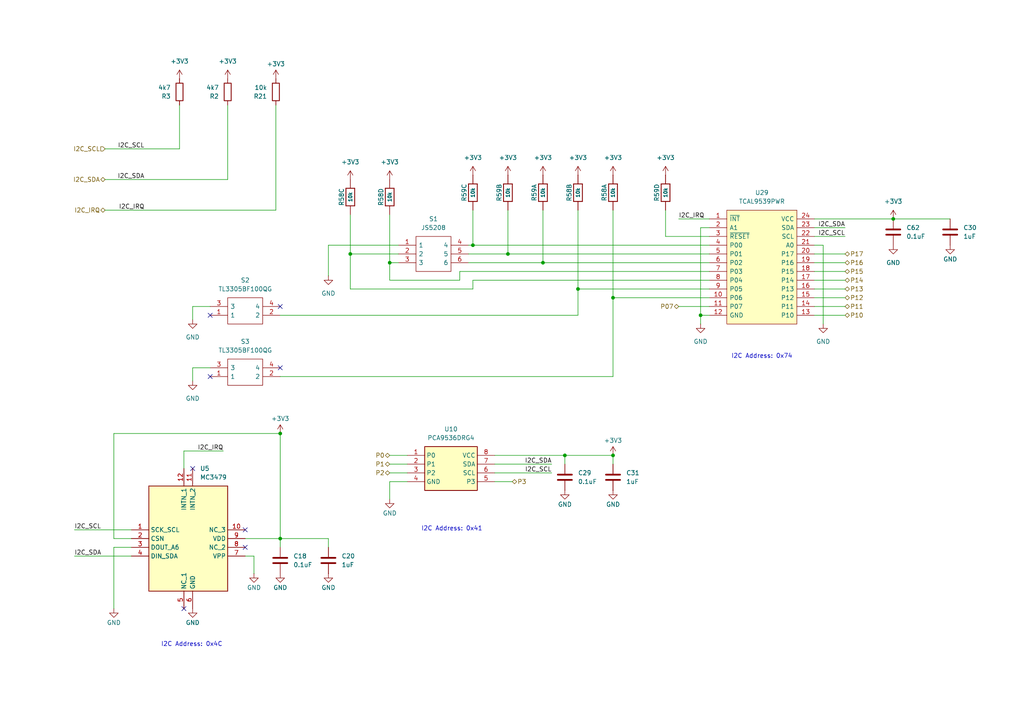
<source format=kicad_sch>
(kicad_sch (version 20250114) (generator "eeschema") (generator_version "9.0")
  (paper "A4")
  (lib_symbols
    (symbol "GND_1" (power) (pin_numbers (hide yes)) (pin_names (offset 0) (hide yes))
      (property "Value" "GND" (at 0 -3.81 0))
      (symbol "GND_1_0_1"
        (polyline (pts (xy 0 0) (xy 0 -1.27) (xy 1.27 -1.27) (xy 0 -2.54) (xy -1.27 -1.27) (xy 0 -1.27)))
      )
      (symbol "GND_1_1_1"
        (pin power_in line (at 0 0 270) (length 0) (name "~") (number "1"))
      )
    )
    (symbol "GND_10" (power) (pin_numbers (hide yes)) (pin_names (offset 0) (hide yes))
      (property "Value" "GND" (at 0 -3.81 0))
      (symbol "GND_10_0_1"
        (polyline (pts (xy 0 0) (xy 0 -1.27) (xy 1.27 -1.27) (xy 0 -2.54) (xy -1.27 -1.27) (xy 0 -1.27)))
      )
      (symbol "GND_10_1_1"
        (pin power_in line (at 0 0 270) (length 0) (name "~") (number "1"))
      )
    )
    (symbol "Library:C" (pin_numbers (hide yes)) (pin_names (offset 0.254))
      (property "Reference" "C" (at 0.635 2.54 0))
      (property "Value" "C" (at 0.635 -2.54 0))
      (symbol "C_0_1"
        (polyline (pts (xy -2.032 0.762) (xy 2.032 0.762)) (stroke (width 0.508)))
        (polyline (pts (xy -2.032 -0.762) (xy 2.032 -0.762)) (stroke (width 0.508)))
      )
      (symbol "C_1_1"
        (pin passive line (at 0 3.81 270) (length 2.794) (name "~") (number "1"))
        (pin passive line (at 0 -3.81 90) (length 2.794) (name "~") (number "2"))
      )
    )
    (symbol "Library:JS5208" (pin_names (offset 0.762))
      (property "Reference" "S" (at 16.51 7.62 0))
      (property "Value" "JS5208" (at 16.51 5.08 0))
      (symbol "JS5208_0_0"
        (pin passive line (at 0 0 0) (length 5.08) (name "1") (number "1"))
        (pin passive line (at 0 -2.54 0) (length 5.08) (name "2") (number "2"))
        (pin passive line (at 0 -5.08 0) (length 5.08) (name "3") (number "3"))
        (pin passive line (at 20.32 0 180) (length 5.08) (name "4") (number "4"))
        (pin passive line (at 20.32 -2.54 180) (length 5.08) (name "5") (number "5"))
        (pin passive line (at 20.32 -5.08 180) (length 5.08) (name "6") (number "6"))
      )
      (symbol "JS5208_0_1"
        (polyline (pts (xy 5.08 2.54) (xy 15.24 2.54) (xy 15.24 -7.62) (xy 5.08 -7.62) (xy 5.08 2.54)) (stroke (width 0.1524)))
      )
    )
    (symbol "Library:MC3479"
      (property "Reference" "U" (at 29.21 17.78 0))
      (property "Value" "MC3479" (at 29.21 15.24 0))
      (symbol "MC3479_1_1"
        (rectangle (start 5.08 12.7) (end 27.94 -17.78) (stroke (width 0.254)) (fill (type background)))
        (pin passive line (at 0 0 0) (length 5.08) (name "SCK_SCL") (number "1"))
        (pin passive line (at 0 -2.54 0) (length 5.08) (name "CSN") (number "2"))
        (pin passive line (at 0 -5.08 0) (length 5.08) (name "DOUT_A6") (number "3"))
        (pin passive line (at 0 -7.62 0) (length 5.08) (name "DIN_SDA") (number "4"))
        (pin passive line (at 15.24 17.78 270) (length 5.08) (name "INTN_1") (number "12"))
        (pin passive line (at 15.24 -22.86 90) (length 5.08) (name "NC_1") (number "5"))
        (pin passive line (at 17.78 17.78 270) (length 5.08) (name "INTN_2") (number "11"))
        (pin passive line (at 17.78 -22.86 90) (length 5.08) (name "GND") (number "6"))
        (pin passive line (at 33.02 0 180) (length 5.08) (name "NC_3") (number "10"))
        (pin passive line (at 33.02 -2.54 180) (length 5.08) (name "VDD") (number "9"))
        (pin passive line (at 33.02 -5.08 180) (length 5.08) (name "NC_2") (number "8"))
        (pin passive line (at 33.02 -7.62 180) (length 5.08) (name "VPP") (number "7"))
      )
    )
    (symbol "Library:PCA9536DRG4"
      (property "Reference" "IC" (at 21.59 7.62 0))
      (property "Value" "PCA9536DRG4" (at 21.59 5.08 0))
      (symbol "PCA9536DRG4_1_1"
        (rectangle (start 5.08 2.54) (end 20.32 -10.16) (stroke (width 0.254)) (fill (type background)))
        (pin passive line (at 0 0 0) (length 5.08) (name "P0") (number "1"))
        (pin passive line (at 0 -2.54 0) (length 5.08) (name "P1") (number "2"))
        (pin passive line (at 0 -5.08 0) (length 5.08) (name "P2") (number "3"))
        (pin passive line (at 0 -7.62 0) (length 5.08) (name "GND") (number "4"))
        (pin passive line (at 25.4 0 180) (length 5.08) (name "VCC") (number "8"))
        (pin passive line (at 25.4 -2.54 180) (length 5.08) (name "SDA") (number "7"))
        (pin passive line (at 25.4 -5.08 180) (length 5.08) (name "SCL") (number "6"))
        (pin passive line (at 25.4 -7.62 180) (length 5.08) (name "P3") (number "5"))
      )
    )
    (symbol "Library:R" (pin_numbers (hide yes)) (pin_names (offset 0))
      (property "Reference" "R" (at 2.032 0 90))
      (property "Value" "R" (at 0 0 90))
      (symbol "R_0_1"
        (rectangle (start -1.016 -2.54) (end 1.016 2.54) (stroke (width 0.254)))
      )
      (symbol "R_1_1"
        (pin passive line (at 0 3.81 270) (length 1.27) (name "~") (number "1"))
        (pin passive line (at 0 -3.81 90) (length 1.27) (name "~") (number "2"))
      )
    )
    (symbol "Library:RESISTOR_4PACK"
      (property "Reference" "R" (at 0 2.54 0))
      (symbol "RESISTOR_4PACK_1_0"
        (polyline (pts (xy -2.54 1.27) (xy 2.54 1.27)) (stroke (width 0.254)))
        (polyline (pts (xy -2.54 -1.27) (xy -2.54 1.27)) (stroke (width 0.254)))
        (polyline (pts (xy 2.54 1.27) (xy 2.54 -1.27)) (stroke (width 0.254)))
        (polyline (pts (xy 2.54 -1.27) (xy -2.54 -1.27)) (stroke (width 0.254)))
        (pin passive line (at -5.08 0 0) (length 2.54) (name "1") (number "1"))
        (pin passive line (at 5.08 0 180) (length 2.54) (name "2") (number "8"))
      )
      (symbol "RESISTOR_4PACK_2_0"
        (polyline (pts (xy -2.54 1.27) (xy 2.54 1.27)) (stroke (width 0.254)))
        (polyline (pts (xy -2.54 -1.27) (xy -2.54 1.27)) (stroke (width 0.254)))
        (polyline (pts (xy 2.54 1.27) (xy 2.54 -1.27)) (stroke (width 0.254)))
        (polyline (pts (xy 2.54 -1.27) (xy -2.54 -1.27)) (stroke (width 0.254)))
        (pin passive line (at -5.08 0 0) (length 2.54) (name "1") (number "2"))
        (pin passive line (at 5.08 0 180) (length 2.54) (name "2") (number "7"))
      )
      (symbol "RESISTOR_4PACK_3_0"
        (polyline (pts (xy -2.54 1.27) (xy 2.54 1.27)) (stroke (width 0.254)))
        (polyline (pts (xy -2.54 -1.27) (xy -2.54 1.27)) (stroke (width 0.254)))
        (polyline (pts (xy 2.54 1.27) (xy 2.54 -1.27)) (stroke (width 0.254)))
        (polyline (pts (xy 2.54 -1.27) (xy -2.54 -1.27)) (stroke (width 0.254)))
        (pin passive line (at -5.08 0 0) (length 2.54) (name "1") (number "3"))
        (pin passive line (at 5.08 0 180) (length 2.54) (name "2") (number "6"))
      )
      (symbol "RESISTOR_4PACK_4_0"
        (polyline (pts (xy -2.54 1.27) (xy 2.54 1.27)) (stroke (width 0.254)))
        (polyline (pts (xy -2.54 -1.27) (xy -2.54 1.27)) (stroke (width 0.254)))
        (polyline (pts (xy 2.54 1.27) (xy 2.54 -1.27)) (stroke (width 0.254)))
        (polyline (pts (xy 2.54 -1.27) (xy -2.54 -1.27)) (stroke (width 0.254)))
        (pin passive line (at -5.08 0 0) (length 2.54) (name "1") (number "4"))
        (pin passive line (at 5.08 0 180) (length 2.54) (name "2") (number "5"))
      )
    )
    (symbol "Library:TCAL9539PWR" (pin_names (offset 0.762))
      (property "Reference" "IC" (at 26.67 7.62 0))
      (property "Value" "TCAL9539PWR" (at 26.67 5.08 0))
      (symbol "TCAL9539PWR_0_0"
        (pin passive line (at 0 0 0) (length 5.08) (name "~{INT}") (number "1"))
        (pin passive line (at 0 -2.54 0) (length 5.08) (name "A1") (number "2"))
        (pin passive line (at 0 -5.08 0) (length 5.08) (name "~{RESET}") (number "3"))
        (pin passive line (at 0 -7.62 0) (length 5.08) (name "P00") (number "4"))
        (pin passive line (at 0 -10.16 0) (length 5.08) (name "P01") (number "5"))
        (pin passive line (at 0 -12.7 0) (length 5.08) (name "P02") (number "6"))
        (pin passive line (at 0 -15.24 0) (length 5.08) (name "P03") (number "7"))
        (pin passive line (at 0 -17.78 0) (length 5.08) (name "P04") (number "8"))
        (pin passive line (at 0 -20.32 0) (length 5.08) (name "P05") (number "9"))
        (pin passive line (at 0 -22.86 0) (length 5.08) (name "P06") (number "10"))
        (pin passive line (at 0 -25.4 0) (length 5.08) (name "P07") (number "11"))
        (pin passive line (at 0 -27.94 0) (length 5.08) (name "GND") (number "12"))
        (pin passive line (at 30.48 0 180) (length 5.08) (name "VCC") (number "24"))
        (pin passive line (at 30.48 -2.54 180) (length 5.08) (name "SDA") (number "23"))
        (pin passive line (at 30.48 -5.08 180) (length 5.08) (name "SCL") (number "22"))
        (pin passive line (at 30.48 -7.62 180) (length 5.08) (name "A0") (number "21"))
        (pin passive line (at 30.48 -10.16 180) (length 5.08) (name "P17") (number "20"))
        (pin passive line (at 30.48 -12.7 180) (length 5.08) (name "P16") (number "19"))
        (pin passive line (at 30.48 -15.24 180) (length 5.08) (name "P15") (number "18"))
        (pin passive line (at 30.48 -17.78 180) (length 5.08) (name "P14") (number "17"))
        (pin passive line (at 30.48 -20.32 180) (length 5.08) (name "P13") (number "16"))
        (pin passive line (at 30.48 -22.86 180) (length 5.08) (name "P12") (number "15"))
        (pin passive line (at 30.48 -25.4 180) (length 5.08) (name "P11") (number "14"))
        (pin passive line (at 30.48 -27.94 180) (length 5.08) (name "P10") (number "13"))
      )
      (symbol "TCAL9539PWR_0_1"
        (polyline (pts (xy 5.08 2.54) (xy 25.4 2.54) (xy 25.4 -30.48) (xy 5.08 -30.48) (xy 5.08 2.54)) (stroke (width 0.1524)) (fill (type background)))
      )
    )
    (symbol "Library:TL3305BF100QG" (pin_names (offset 0.762))
      (property "Reference" "S" (at 16.51 7.62 0))
      (property "Value" "TL3305BF100QG" (at 16.51 5.08 0))
      (symbol "TL3305BF100QG_0_0"
        (pin passive line (at 0 0 0) (length 5.08) (name "3") (number "3"))
        (pin passive line (at 0 -2.54 0) (length 5.08) (name "1") (number "1"))
        (pin passive line (at 20.32 0 180) (length 5.08) (name "4") (number "4"))
        (pin passive line (at 20.32 -2.54 180) (length 5.08) (name "2") (number "2"))
      )
      (symbol "TL3305BF100QG_0_1"
        (polyline (pts (xy 5.08 2.54) (xy 15.24 2.54) (xy 15.24 -5.08) (xy 5.08 -5.08) (xy 5.08 2.54)) (stroke (width 0.1524)))
      )
    )
    (symbol "power:+5V" (power) (pin_numbers (hide yes)) (pin_names (offset 0) (hide yes))
      (property "Value" "+5V" (at 0 3.556 0))
      (symbol "+5V_0_1"
        (polyline (pts (xy -0.762 1.27) (xy 0 2.54)))
        (polyline (pts (xy 0 2.54) (xy 0.762 1.27)))
        (polyline (pts (xy 0 0) (xy 0 2.54)))
      )
      (symbol "+5V_1_1"
        (pin power_in line (at 0 0 90) (length 0) (name "~") (number "1"))
      )
    )
    (symbol "power:GND" (power) (pin_numbers (hide yes)) (pin_names (offset 0) (hide yes))
      (property "Value" "GND" (at 0 -3.81 0))
      (symbol "GND_0_1"
        (polyline (pts (xy 0 0) (xy 0 -1.27) (xy 1.27 -1.27) (xy 0 -2.54) (xy -1.27 -1.27) (xy 0 -1.27)))
      )
      (symbol "GND_1_1"
        (pin power_in line (at 0 0 270) (length 0) (name "~") (number "1"))
      )
    )
  )
  (text "I2C Address: 0x4C" (at 55.626 186.944 0) (effects (font (size 1.27 1.27))))
  (text "I2C Address: 0x74" (at 220.98 103.378 0) (effects (font (size 1.27 1.27))))
  (text "I2C Address: 0x41" (at 131.064 153.416 0) (effects (font (size 1.27 1.27))))
  (junction (at 177.8 132.08))
  (junction (at 167.64 83.82))
  (junction (at 101.6 73.66))
  (junction (at 81.28 156.21))
  (junction (at 157.48 76.2))
  (junction (at 259.08 63.5))
  (junction (at 177.8 86.36))
  (junction (at 81.28 125.73))
  (junction (at 163.83 132.08))
  (junction (at 113.03 76.2))
  (junction (at 137.16 71.12))
  (junction (at 203.2 91.44))
  (junction (at 147.32 73.66))
  (no_connect (at 60.96 109.22))
  (no_connect (at 53.34 176.53))
  (no_connect (at 71.12 158.75))
  (no_connect (at 81.28 88.9))
  (no_connect (at 71.12 153.67))
  (no_connect (at 60.96 91.44))
  (no_connect (at 81.28 106.68))
  (no_connect (at 55.88 135.89))
  (wire (pts (xy 236.22 66.04) (xy 245.11 66.04)))
  (wire (pts (xy 236.22 78.74) (xy 245.11 78.74)))
  (wire (pts (xy 137.16 60.96) (xy 137.16 71.12)))
  (wire (pts (xy 71.12 156.21) (xy 81.28 156.21)))
  (wire (pts (xy 236.22 71.12) (xy 238.76 71.12)))
  (wire (pts (xy 113.03 137.16) (xy 118.11 137.16)))
  (wire (pts (xy 53.34 130.81) (xy 53.34 135.89)))
  (wire (pts (xy 177.8 134.62) (xy 177.8 132.08)))
  (wire (pts (xy 81.28 109.22) (xy 177.8 109.22)))
  (wire (pts (xy 203.2 66.04) (xy 205.74 66.04)))
  (wire (pts (xy 236.22 88.9) (xy 245.11 88.9)))
  (wire (pts (xy 147.32 73.66) (xy 205.74 73.66)))
  (wire (pts (xy 81.28 156.21) (xy 95.25 156.21)))
  (wire (pts (xy 21.59 153.67) (xy 38.1 153.67)))
  (wire (pts (xy 167.64 91.44) (xy 167.64 83.82)))
  (wire (pts (xy 95.25 158.75) (xy 95.25 156.21)))
  (wire (pts (xy 196.85 63.5) (xy 205.74 63.5)))
  (wire (pts (xy 236.22 68.58) (xy 245.11 68.58)))
  (wire (pts (xy 236.22 76.2) (xy 245.11 76.2)))
  (wire (pts (xy 236.22 86.36) (xy 245.11 86.36)))
  (wire (pts (xy 167.64 83.82) (xy 205.74 83.82)))
  (wire (pts (xy 95.25 71.12) (xy 95.25 80.01)))
  (wire (pts (xy 137.16 71.12) (xy 205.74 71.12)))
  (wire (pts (xy 73.66 161.29) (xy 73.66 166.37)))
  (wire (pts (xy 33.02 158.75) (xy 33.02 176.53)))
  (wire (pts (xy 81.28 91.44) (xy 167.64 91.44)))
  (wire (pts (xy 113.03 81.28) (xy 133.35 81.28)))
  (wire (pts (xy 236.22 81.28) (xy 245.11 81.28)))
  (wire (pts (xy 55.88 106.68) (xy 60.96 106.68)))
  (wire (pts (xy 135.89 73.66) (xy 147.32 73.66)))
  (wire (pts (xy 143.51 132.08) (xy 163.83 132.08)))
  (wire (pts (xy 113.03 132.08) (xy 118.11 132.08)))
  (wire (pts (xy 133.35 78.74) (xy 205.74 78.74)))
  (wire (pts (xy 30.48 43.18) (xy 52.07 43.18)))
  (wire (pts (xy 133.35 81.28) (xy 133.35 78.74)))
  (wire (pts (xy 21.59 161.29) (xy 38.1 161.29)))
  (wire (pts (xy 95.25 71.12) (xy 115.57 71.12)))
  (wire (pts (xy 101.6 83.82) (xy 137.16 83.82)))
  (wire (pts (xy 101.6 62.23) (xy 101.6 73.66)))
  (wire (pts (xy 80.01 60.96) (xy 80.01 30.48)))
  (wire (pts (xy 238.76 71.12) (xy 238.76 93.98)))
  (wire (pts (xy 52.07 30.48) (xy 52.07 43.18)))
  (wire (pts (xy 64.77 130.81) (xy 53.34 130.81)))
  (wire (pts (xy 113.03 139.7) (xy 118.11 139.7)))
  (wire (pts (xy 135.89 71.12) (xy 137.16 71.12)))
  (wire (pts (xy 193.04 60.96) (xy 193.04 68.58)))
  (wire (pts (xy 147.32 60.96) (xy 147.32 73.66)))
  (wire (pts (xy 113.03 76.2) (xy 115.57 76.2)))
  (wire (pts (xy 33.02 156.21) (xy 33.02 125.73)))
  (wire (pts (xy 143.51 134.62) (xy 160.02 134.62)))
  (wire (pts (xy 113.03 134.62) (xy 118.11 134.62)))
  (wire (pts (xy 113.03 144.78) (xy 113.03 139.7)))
  (wire (pts (xy 33.02 125.73) (xy 81.28 125.73)))
  (wire (pts (xy 177.8 132.08) (xy 163.83 132.08)))
  (wire (pts (xy 135.89 76.2) (xy 157.48 76.2)))
  (wire (pts (xy 101.6 73.66) (xy 101.6 83.82)))
  (wire (pts (xy 113.03 76.2) (xy 113.03 81.28)))
  (wire (pts (xy 236.22 91.44) (xy 245.11 91.44)))
  (wire (pts (xy 137.16 83.82) (xy 137.16 81.28)))
  (wire (pts (xy 101.6 73.66) (xy 115.57 73.66)))
  (wire (pts (xy 160.02 137.16) (xy 143.51 137.16)))
  (wire (pts (xy 177.8 109.22) (xy 177.8 86.36)))
  (wire (pts (xy 55.88 88.9) (xy 60.96 88.9)))
  (wire (pts (xy 71.12 161.29) (xy 73.66 161.29)))
  (wire (pts (xy 66.04 30.48) (xy 66.04 52.07)))
  (wire (pts (xy 177.8 60.96) (xy 177.8 86.36)))
  (wire (pts (xy 259.08 63.5) (xy 275.59 63.5)))
  (wire (pts (xy 236.22 73.66) (xy 245.11 73.66)))
  (wire (pts (xy 236.22 63.5) (xy 259.08 63.5)))
  (wire (pts (xy 177.8 86.36) (xy 205.74 86.36)))
  (wire (pts (xy 157.48 60.96) (xy 157.48 76.2)))
  (wire (pts (xy 236.22 83.82) (xy 245.11 83.82)))
  (wire (pts (xy 38.1 158.75) (xy 33.02 158.75)))
  (wire (pts (xy 81.28 125.73) (xy 81.28 156.21)))
  (wire (pts (xy 55.88 106.68) (xy 55.88 110.49)))
  (wire (pts (xy 55.88 88.9) (xy 55.88 92.71)))
  (wire (pts (xy 30.48 60.96) (xy 80.01 60.96)))
  (wire (pts (xy 203.2 91.44) (xy 203.2 66.04)))
  (wire (pts (xy 30.48 52.07) (xy 66.04 52.07)))
  (wire (pts (xy 203.2 93.98) (xy 203.2 91.44)))
  (wire (pts (xy 193.04 68.58) (xy 205.74 68.58)))
  (wire (pts (xy 113.03 62.23) (xy 113.03 76.2)))
  (wire (pts (xy 203.2 91.44) (xy 205.74 91.44)))
  (wire (pts (xy 81.28 156.21) (xy 81.28 158.75)))
  (wire (pts (xy 38.1 156.21) (xy 33.02 156.21)))
  (wire (pts (xy 157.48 76.2) (xy 205.74 76.2)))
  (wire (pts (xy 167.64 60.96) (xy 167.64 83.82)))
  (wire (pts (xy 163.83 132.08) (xy 163.83 134.62)))
  (wire (pts (xy 205.74 88.9) (xy 196.85 88.9)))
  (wire (pts (xy 143.51 139.7) (xy 148.59 139.7)))
  (wire (pts (xy 137.16 81.28) (xy 205.74 81.28)))
  (label "I2C_IRQ" (at 41.91 60.96 180))
  (label "I2C_SDA" (at 245.11 66.04 180))
  (label "I2C_SCL" (at 160.02 137.16 180))
  (label "I2C_SCL" (at 21.59 153.67 0))
  (label "I2C_SDA" (at 41.91 52.07 180))
  (label "I2C_SDA" (at 21.59 161.29 0))
  (label "I2C_IRQ" (at 196.85 63.5 0))
  (label "I2C_SCL" (at 41.91 43.18 180))
  (label "I2C_SDA" (at 160.02 134.62 180))
  (label "I2C_IRQ" (at 64.77 130.81 180))
  (label "I2C_SCL" (at 245.11 68.58 180))
  (hierarchical_label "P17" (shape bidirectional) (at 245.11 73.66 0))
  (hierarchical_label "P3" (shape tri_state) (at 148.59 139.7 0))
  (hierarchical_label "I2C_SCL" (shape input) (at 30.48 43.18 180))
  (hierarchical_label "P13" (shape bidirectional) (at 245.11 83.82 0))
  (hierarchical_label "I2C_IRQ" (shape tri_state) (at 30.48 60.96 180))
  (hierarchical_label "P1" (shape tri_state) (at 113.03 134.62 180))
  (hierarchical_label "P11" (shape bidirectional) (at 245.11 88.9 0))
  (hierarchical_label "P16" (shape bidirectional) (at 245.11 76.2 0))
  (hierarchical_label "P0" (shape tri_state) (at 113.03 132.08 180))
  (hierarchical_label "P2" (shape tri_state) (at 113.03 137.16 180))
  (hierarchical_label "P15" (shape bidirectional) (at 245.11 78.74 0))
  (hierarchical_label "I2C_SDA" (shape tri_state) (at 30.48 52.07 180))
  (hierarchical_label "P07" (shape bidirectional) (at 196.85 88.9 180))
  (hierarchical_label "P10" (shape bidirectional) (at 245.11 91.44 0))
  (hierarchical_label "P14" (shape bidirectional) (at 245.11 81.28 0))
  (hierarchical_label "P12" (shape bidirectional) (at 245.11 86.36 0))
  (symbol (lib_id "Library:RESISTOR_4PACK") (at 193.04 55.88 90) (unit 4)
    (property "Reference" "R59" (at 190.5 55.88 0))
    (property "Value" "10k" (at 193.04 55.88 0) (effects (font (size 1.016 1.016) (thickness 0.2032) (bold yes))))
    (property "Footprint" "Library:RESPACK_4X0603" (effects (hide yes)))
    (property "Datasheet" "https://industrial.panasonic.com/cdbs/www-data/pdf/AOC0000/AOC0000C14.pdf" (effects (hide yes)))
    (property "Description" "RES ARRAY 4 RES 10K OHM 1206" (effects (hide yes)))
    (property "Manufacturer" "Panasonic Electronic Components" (effects (hide yes)))
    (property "Tolerance" "1%" (effects (hide yes)))
    (property "Manufacturer Part Number" "EXB-38V103JV" (effects (hide yes)))
  )
  (symbol (lib_id "power:+5V") (at 81.28 125.73 0) (unit 1)
    (property "Reference" "#PWR0190" (effects (hide yes)))
    (property "Value" "+3V3" (at 81.28 121.412 0))
    (property "Description" "Power symbol creates a global label with name \"+5V\"" (effects (hide yes)))
  )
  (symbol (lib_id "power:+5V") (at 52.07 22.86 0) (unit 1)
    (property "Reference" "#PWR0120" (effects (hide yes)))
    (property "Value" "+3V3" (at 52.07 17.78 0))
    (property "Description" "Power symbol creates a global label with name \"+5V\"" (effects (hide yes)))
  )
  (symbol (lib_name "GND_10") (lib_id "power:GND") (at 81.28 166.37 0) (unit 1)
    (property "Reference" "#PWR0119" (effects (hide yes)))
    (property "Value" "GND" (at 79.248 170.434 0) (effects (justify left)))
    (property "Description" "Power symbol creates a global label with name \"GND\" , ground" (effects (hide yes)))
  )
  (symbol (lib_id "Library:C") (at 259.08 67.31 0) (unit 1)
    (property "Reference" "C62" (at 262.89 66.0399 0) (effects (justify left)))
    (property "Value" "0.1uF" (at 262.89 68.5799 0) (effects (justify left)))
    (property "Footprint" "Capacitor_SMD:C_0603_1608Metric" (effects (hide yes)))
    (property "Datasheet" "https://datasheets.kyocera-avx.com/KGM_X7R.pdf" (effects (hide yes)))
    (property "Description" "CAP CER 0.1UF 25V X7R 0603" (effects (hide yes)))
    (property "Manufacturer" "KYOCERA AVX" (effects (hide yes)))
    (property "Package" "0603" (effects (hide yes)))
    (property "Manufacturer Part Number" "KGM15BR71E104KT" (effects (hide yes)))
  )
  (symbol (lib_id "Library:RESISTOR_4PACK") (at 177.8 55.88 90) (unit 1)
    (property "Reference" "R58" (at 175.26 55.88 0))
    (property "Value" "10k" (at 177.8 55.88 0) (effects (font (size 1.016 1.016) (thickness 0.2032) (bold yes))))
    (property "Footprint" "Library:RESPACK_4X0603" (effects (hide yes)))
    (property "Datasheet" "https://industrial.panasonic.com/cdbs/www-data/pdf/AOC0000/AOC0000C14.pdf" (effects (hide yes)))
    (property "Description" "RES ARRAY 4 RES 10K OHM 1206" (effects (hide yes)))
    (property "Manufacturer" "Panasonic Electronic Components" (effects (hide yes)))
    (property "Tolerance" "1%" (effects (hide yes)))
    (property "Manufacturer Part Number" "EXB-38V103JV" (effects (hide yes)))
  )
  (symbol (lib_id "Library:R") (at 80.01 26.67 0) (unit 1)
    (property "Reference" "R21" (at 77.47 27.9401 0) (effects (justify right)))
    (property "Value" "10k" (at 77.47 25.4001 0) (effects (justify right)))
    (property "Footprint" "Resistor_SMD:R_0603_1608Metric" (effects (hide yes)))
    (property "Datasheet" "https://www.te.com/commerce/DocumentDelivery/DDEController?Action=srchrtrv&DocNm=1773204&DocType=DS&DocLang=English" (effects (hide yes)))
    (property "Description" "RES SMD 10K OHM 1% 1/10W 0603" (effects (hide yes)))
    (property "Tolerance" "1%" (effects (hide yes)))
    (property "Manufacturer" "TE Connectivity Passive Product" (effects (hide yes)))
    (property "Manufacturer Part Number" "CRG0603F10K" (effects (hide yes)))
  )
  (symbol (lib_id "power:+5V") (at 101.6 52.07 0) (unit 1)
    (property "Reference" "#PWR0128" (effects (hide yes)))
    (property "Value" "+3V3" (at 101.6 46.99 0))
    (property "Description" "Power symbol creates a global label with name \"+5V\"" (effects (hide yes)))
  )
  (symbol (lib_id "power:GND") (at 55.88 176.53 0) (unit 1)
    (property "Reference" "#PWR0187" (effects (hide yes)))
    (property "Value" "GND" (at 55.88 180.594 0))
    (property "Description" "Power symbol creates a global label with name \"GND\" , ground" (effects (hide yes)))
  )
  (symbol (lib_id "power:+5V") (at 66.04 22.86 0) (unit 1)
    (property "Reference" "#PWR0123" (effects (hide yes)))
    (property "Value" "+3V3" (at 66.04 17.78 0))
    (property "Description" "Power symbol creates a global label with name \"+5V\"" (effects (hide yes)))
  )
  (symbol (lib_id "power:+5V") (at 167.64 50.8 0) (unit 1)
    (property "Reference" "#PWR0133" (effects (hide yes)))
    (property "Value" "+3V3" (at 167.64 45.72 0))
    (property "Description" "Power symbol creates a global label with name \"+5V\"" (effects (hide yes)))
  )
  (symbol (lib_id "Library:JS5208") (at 115.57 71.12 0) (unit 1)
    (property "Reference" "S1" (at 125.73 63.5 0))
    (property "Value" "JS5208" (at 125.73 66.04 0))
    (property "Footprint" "Library:JS5208" (effects (hide yes)))
    (property "Datasheet" "https://configured-product-images.s3.amazonaws.com/2D/specs/JS5208.pdf" (effects (hide yes)))
    (property "Description" "SWITCH NAVIGATION DGTL 20MA 15V" (effects (hide yes)))
    (property "Height" "12.2" (effects (hide yes)))
    (property "Manufacturer" "E-Switch" (effects (hide yes)))
    (property "Manufacturer Part Number" "JS5208" (effects (hide yes)))
  )
  (symbol (lib_id "power:+5V") (at 157.48 50.8 0) (unit 1)
    (property "Reference" "#PWR0132" (effects (hide yes)))
    (property "Value" "+3V3" (at 157.48 45.72 0))
    (property "Description" "Power symbol creates a global label with name \"+5V\"" (effects (hide yes)))
  )
  (symbol (lib_id "Library:C") (at 81.28 162.56 0) (unit 1)
    (property "Reference" "C18" (at 85.09 161.2899 0) (effects (justify left)))
    (property "Value" "0.1uF" (at 85.09 163.8299 0) (effects (justify left)))
    (property "Footprint" "Capacitor_SMD:C_0603_1608Metric" (effects (hide yes)))
    (property "Datasheet" "https://datasheets.kyocera-avx.com/KGM_X7R.pdf" (effects (hide yes)))
    (property "Description" "CAP CER 0.1UF 25V X7R 0603" (effects (hide yes)))
    (property "Manufacturer" "KYOCERA AVX" (effects (hide yes)))
    (property "Package" "0603" (effects (hide yes)))
    (property "Manufacturer Part Number" "KGM15BR71E104KT" (effects (hide yes)))
  )
  (symbol (lib_name "GND_10") (lib_id "power:GND") (at 177.8 142.24 0) (unit 1)
    (property "Reference" "#PWR0151" (effects (hide yes)))
    (property "Value" "GND" (at 175.768 146.304 0) (effects (justify left)))
    (property "Description" "Power symbol creates a global label with name \"GND\" , ground" (effects (hide yes)))
  )
  (symbol (lib_id "Library:RESISTOR_4PACK") (at 101.6 57.15 90) (unit 3)
    (property "Reference" "R58" (at 99.06 57.15 0))
    (property "Value" "10k" (at 101.6 57.15 0) (effects (font (size 1.016 1.016) (thickness 0.2032) (bold yes))))
    (property "Footprint" "Library:RESPACK_4X0603" (effects (hide yes)))
    (property "Datasheet" "https://industrial.panasonic.com/cdbs/www-data/pdf/AOC0000/AOC0000C14.pdf" (effects (hide yes)))
    (property "Description" "RES ARRAY 4 RES 10K OHM 1206" (effects (hide yes)))
    (property "Manufacturer" "Panasonic Electronic Components" (effects (hide yes)))
    (property "Tolerance" "1%" (effects (hide yes)))
    (property "Manufacturer Part Number" "EXB-38V103JV" (effects (hide yes)))
  )
  (symbol (lib_id "power:+5V") (at 259.08 63.5 0) (unit 1)
    (property "Reference" "#PWR0138" (effects (hide yes)))
    (property "Value" "+3V3" (at 259.08 58.42 0))
    (property "Description" "Power symbol creates a global label with name \"+5V\"" (effects (hide yes)))
  )
  (symbol (lib_id "Library:PCA9536DRG4") (at 118.11 132.08 0) (unit 1)
    (property "Reference" "U10" (at 130.81 124.46 0))
    (property "Value" "PCA9536DRG4" (at 130.81 127 0))
    (property "Footprint" "Library:SOIC127P600X175-8N" (effects (hide yes)))
    (property "Datasheet" "https://www.ti.com/lit/ds/symlink/pca9536.pdf" (effects (hide yes)))
    (property "Description" "IC XPNDR 400KHZ I2C SMBUS 8SOIC" (effects (hide yes)))
    (property "Height" "1.75" (effects (hide yes)))
    (property "Manufacturer" "Texas Instruments" (effects (hide yes)))
    (property "Manufacturer Part Number" "PCA9536DRG4" (effects (hide yes)))
  )
  (symbol (lib_id "Library:C") (at 177.8 138.43 0) (unit 1)
    (property "Reference" "C31" (at 181.61 137.1599 0) (effects (justify left)))
    (property "Value" "1uF" (at 181.61 139.6999 0) (effects (justify left)))
    (property "Footprint" "Capacitor_SMD:C_0603_1608Metric" (effects (hide yes)))
    (property "Datasheet" "https://www.yageo.com/upload/media/product/productsearch/datasheet/mlcc/UPY-GPHC_X7R_6.3V-to-250V_24.pdf" (effects (hide yes)))
    (property "Description" "CAP CER 1UF 50V X7R 0603" (effects (hide yes)))
    (property "Manufacturer" "Yageo" (effects (hide yes)))
    (property "Package" "0603" (effects (hide yes)))
    (property "Manufacturer Part Number" "CC0603KRX7R9BB105" (effects (hide yes)))
  )
  (symbol (lib_name "GND_10") (lib_id "power:GND") (at 275.59 71.12 0) (unit 1)
    (property "Reference" "#PWR0221" (effects (hide yes)))
    (property "Value" "GND" (at 273.558 75.184 0) (effects (justify left)))
    (property "Description" "Power symbol creates a global label with name \"GND\" , ground" (effects (hide yes)))
  )
  (symbol (lib_name "GND_1") (lib_id "power:GND") (at 55.88 92.71 0) (unit 1)
    (property "Reference" "#PWR0121" (effects (hide yes)))
    (property "Value" "GND" (at 55.88 97.79 0))
    (property "Description" "Power symbol creates a global label with name \"GND\" , ground" (effects (hide yes)))
  )
  (symbol (lib_id "Library:RESISTOR_4PACK") (at 137.16 55.88 90) (unit 3)
    (property "Reference" "R59" (at 134.62 55.88 0))
    (property "Value" "10k" (at 137.16 55.88 0) (effects (font (size 1.016 1.016) (thickness 0.2032) (bold yes))))
    (property "Footprint" "Library:RESPACK_4X0603" (effects (hide yes)))
    (property "Datasheet" "https://industrial.panasonic.com/cdbs/www-data/pdf/AOC0000/AOC0000C14.pdf" (effects (hide yes)))
    (property "Description" "RES ARRAY 4 RES 10K OHM 1206" (effects (hide yes)))
    (property "Manufacturer" "Panasonic Electronic Components" (effects (hide yes)))
    (property "Tolerance" "1%" (effects (hide yes)))
    (property "Manufacturer Part Number" "EXB-38V103JV" (effects (hide yes)))
  )
  (symbol (lib_id "Library:TL3305BF100QG") (at 60.96 106.68 0) (unit 1)
    (property "Reference" "S3" (at 71.12 99.06 0))
    (property "Value" "TL3305BF100QG" (at 71.12 101.6 0))
    (property "Footprint" "Library:TL3305BF160QG" (effects (hide yes)))
    (property "Datasheet" "https://configured-product-images.s3.amazonaws.com/2D/specs/TL3305BF100QG.pdf" (effects (hide yes)))
    (property "Description" "TACT, 50MA, SPST-NO, SURFACE MOU" (effects (hide yes)))
    (property "Manufacturer" "E-Switch" (effects (hide yes)))
    (property "Manufacturer Part Number" "TL3305BF100QG" (effects (hide yes)))
  )
  (symbol (lib_id "power:GND") (at 33.02 176.53 0) (unit 1)
    (property "Reference" "#PWR0189" (effects (hide yes)))
    (property "Value" "GND" (at 33.02 180.594 0))
    (property "Description" "Power symbol creates a global label with name \"GND\" , ground" (effects (hide yes)))
  )
  (symbol (lib_id "Library:RESISTOR_4PACK") (at 113.03 57.15 90) (unit 4)
    (property "Reference" "R58" (at 110.49 57.15 0))
    (property "Value" "10k" (at 113.03 57.15 0) (effects (font (size 1.016 1.016) (thickness 0.2032) (bold yes))))
    (property "Footprint" "Library:RESPACK_4X0603" (effects (hide yes)))
    (property "Datasheet" "https://industrial.panasonic.com/cdbs/www-data/pdf/AOC0000/AOC0000C14.pdf" (effects (hide yes)))
    (property "Description" "RES ARRAY 4 RES 10K OHM 1206" (effects (hide yes)))
    (property "Manufacturer" "Panasonic Electronic Components" (effects (hide yes)))
    (property "Tolerance" "1%" (effects (hide yes)))
    (property "Manufacturer Part Number" "EXB-38V103JV" (effects (hide yes)))
  )
  (symbol (lib_id "power:+5V") (at 147.32 50.8 0) (unit 1)
    (property "Reference" "#PWR0131" (effects (hide yes)))
    (property "Value" "+3V3" (at 147.32 45.72 0))
    (property "Description" "Power symbol creates a global label with name \"+5V\"" (effects (hide yes)))
  )
  (symbol (lib_id "Library:RESISTOR_4PACK") (at 167.64 55.88 90) (unit 2)
    (property "Reference" "R58" (at 165.1 55.88 0))
    (property "Value" "10k" (at 167.64 55.88 0) (effects (font (size 1.016 1.016) (thickness 0.2032) (bold yes))))
    (property "Footprint" "Library:RESPACK_4X0603" (effects (hide yes)))
    (property "Datasheet" "https://industrial.panasonic.com/cdbs/www-data/pdf/AOC0000/AOC0000C14.pdf" (effects (hide yes)))
    (property "Description" "RES ARRAY 4 RES 10K OHM 1206" (effects (hide yes)))
    (property "Manufacturer" "Panasonic Electronic Components" (effects (hide yes)))
    (property "Tolerance" "1%" (effects (hide yes)))
    (property "Manufacturer Part Number" "EXB-38V103JV" (effects (hide yes)))
  )
  (symbol (lib_id "power:GND") (at 203.2 93.98 0) (unit 1)
    (property "Reference" "#PWR0136" (effects (hide yes)))
    (property "Value" "GND" (at 203.2 99.06 0))
    (property "Description" "Power symbol creates a global label with name \"GND\" , ground" (effects (hide yes)))
  )
  (symbol (lib_name "GND_1") (lib_id "power:GND") (at 55.88 110.49 0) (unit 1)
    (property "Reference" "#PWR0122" (effects (hide yes)))
    (property "Value" "GND" (at 55.88 115.57 0))
    (property "Description" "Power symbol creates a global label with name \"GND\" , ground" (effects (hide yes)))
  )
  (symbol (lib_id "Library:TCAL9539PWR") (at 205.74 63.5 0) (unit 1)
    (property "Reference" "U29" (at 220.98 55.88 0))
    (property "Value" "TCAL9539PWR" (at 220.98 58.42 0))
    (property "Footprint" "Library:SOP65P640X120-24N" (effects (hide yes)))
    (property "Datasheet" "https://www.ti.com/lit/gpn/tcal9539" (effects (hide yes)))
    (property "Description" "I2C GENERAL-PURPOSE I/OS (GPIOS)" (effects (hide yes)))
    (property "Height" "1.2" (effects (hide yes)))
    (property "Manufacturer" "Texas Instruments" (effects (hide yes)))
    (property "Manufacturer Part Number" "TCAL9539PWR" (effects (hide yes)))
  )
  (symbol (lib_id "Library:R") (at 52.07 26.67 0) (unit 1)
    (property "Reference" "R3" (at 49.53 27.9401 0) (effects (justify right)))
    (property "Value" "4k7" (at 49.53 25.4001 0) (effects (justify right)))
    (property "Footprint" "Resistor_SMD:R_0603_1608Metric" (effects (hide yes)))
    (property "Datasheet" "https://www.te.com/usa-en/product-1622960-1.datasheet.pdf" (effects (hide yes)))
    (property "Description" "RES SMD 4.7K OHM 1% 1/10W 0603" (effects (hide yes)))
    (property "Tolerance" "1%" (effects (hide yes)))
    (property "Manufacturer" "TE Connectivity Passive Product" (effects (hide yes)))
    (property "Manufacturer Part Number" "CRG0603F4K7" (effects (hide yes)))
  )
  (symbol (lib_name "GND_10") (lib_id "power:GND") (at 113.03 144.78 0) (unit 1)
    (property "Reference" "#PWR0159" (effects (hide yes)))
    (property "Value" "GND" (at 110.998 148.844 0) (effects (justify left)))
    (property "Description" "Power symbol creates a global label with name \"GND\" , ground" (effects (hide yes)))
  )
  (symbol (lib_id "Library:TL3305BF100QG") (at 60.96 88.9 0) (unit 1)
    (property "Reference" "S2" (at 71.12 81.28 0))
    (property "Value" "TL3305BF100QG" (at 71.12 83.82 0))
    (property "Footprint" "Library:TL3305BF160QG" (effects (hide yes)))
    (property "Datasheet" "https://configured-product-images.s3.amazonaws.com/2D/specs/TL3305BF100QG.pdf" (effects (hide yes)))
    (property "Description" "TACT, 50MA, SPST-NO, SURFACE MOU" (effects (hide yes)))
    (property "Manufacturer" "E-Switch" (effects (hide yes)))
    (property "Manufacturer Part Number" "TL3305BF100QG" (effects (hide yes)))
  )
  (symbol (lib_id "Library:C") (at 95.25 162.56 0) (unit 1)
    (property "Reference" "C20" (at 99.06 161.2899 0) (effects (justify left)))
    (property "Value" "1uF" (at 99.06 163.8299 0) (effects (justify left)))
    (property "Footprint" "Capacitor_SMD:C_0603_1608Metric" (effects (hide yes)))
    (property "Datasheet" "https://www.yageo.com/upload/media/product/productsearch/datasheet/mlcc/UPY-GPHC_X7R_6.3V-to-250V_24.pdf" (effects (hide yes)))
    (property "Description" "CAP CER 1UF 50V X7R 0603" (effects (hide yes)))
    (property "Manufacturer" "Yageo" (effects (hide yes)))
    (property "Package" "0603" (effects (hide yes)))
    (property "Manufacturer Part Number" "CC0603KRX7R9BB105" (effects (hide yes)))
  )
  (symbol (lib_name "GND_10") (lib_id "power:GND") (at 73.66 166.37 0) (unit 1)
    (property "Reference" "#PWR0126" (effects (hide yes)))
    (property "Value" "GND" (at 71.628 170.434 0) (effects (justify left)))
    (property "Description" "Power symbol creates a global label with name \"GND\" , ground" (effects (hide yes)))
  )
  (symbol (lib_name "GND_10") (lib_id "power:GND") (at 163.83 142.24 0) (unit 1)
    (property "Reference" "#PWR0150" (effects (hide yes)))
    (property "Value" "GND" (at 161.798 146.304 0) (effects (justify left)))
    (property "Description" "Power symbol creates a global label with name \"GND\" , ground" (effects (hide yes)))
  )
  (symbol (lib_id "Library:RESISTOR_4PACK") (at 147.32 55.88 90) (unit 2)
    (property "Reference" "R59" (at 144.78 55.88 0))
    (property "Value" "10k" (at 147.32 55.88 0) (effects (font (size 1.016 1.016) (thickness 0.2032) (bold yes))))
    (property "Footprint" "Library:RESPACK_4X0603" (effects (hide yes)))
    (property "Datasheet" "https://industrial.panasonic.com/cdbs/www-data/pdf/AOC0000/AOC0000C14.pdf" (effects (hide yes)))
    (property "Description" "RES ARRAY 4 RES 10K OHM 1206" (effects (hide yes)))
    (property "Manufacturer" "Panasonic Electronic Components" (effects (hide yes)))
    (property "Tolerance" "1%" (effects (hide yes)))
    (property "Manufacturer Part Number" "EXB-38V103JV" (effects (hide yes)))
  )
  (symbol (lib_id "power:+5V") (at 177.8 132.08 0) (unit 1)
    (property "Reference" "#PWR0195" (effects (hide yes)))
    (property "Value" "+3V3" (at 177.8 127.762 0))
    (property "Description" "Power symbol creates a global label with name \"+5V\"" (effects (hide yes)))
  )
  (symbol (lib_id "power:GND") (at 259.08 71.12 0) (unit 1)
    (property "Reference" "#PWR0139" (effects (hide yes)))
    (property "Value" "GND" (at 259.08 76.2 0))
    (property "Description" "Power symbol creates a global label with name \"GND\" , ground" (effects (hide yes)))
  )
  (symbol (lib_id "Library:RESISTOR_4PACK") (at 157.48 55.88 90) (unit 1)
    (property "Reference" "R59" (at 154.94 55.88 0))
    (property "Value" "10k" (at 157.48 55.88 0) (effects (font (size 1.016 1.016) (thickness 0.2032) (bold yes))))
    (property "Footprint" "Library:RESPACK_4X0603" (effects (hide yes)))
    (property "Datasheet" "https://industrial.panasonic.com/cdbs/www-data/pdf/AOC0000/AOC0000C14.pdf" (effects (hide yes)))
    (property "Description" "RES ARRAY 4 RES 10K OHM 1206" (effects (hide yes)))
    (property "Manufacturer" "Panasonic Electronic Components" (effects (hide yes)))
    (property "Tolerance" "1%" (effects (hide yes)))
    (property "Manufacturer Part Number" "EXB-38V103JV" (effects (hide yes)))
  )
  (symbol (lib_id "power:+5V") (at 113.03 52.07 0) (unit 1)
    (property "Reference" "#PWR0129" (effects (hide yes)))
    (property "Value" "+3V3" (at 113.03 46.99 0))
    (property "Description" "Power symbol creates a global label with name \"+5V\"" (effects (hide yes)))
  )
  (symbol (lib_id "power:+5V") (at 193.04 50.8 0) (unit 1)
    (property "Reference" "#PWR0135" (effects (hide yes)))
    (property "Value" "+3V3" (at 193.04 45.72 0))
    (property "Description" "Power symbol creates a global label with name \"+5V\"" (effects (hide yes)))
  )
  (symbol (lib_id "Library:R") (at 66.04 26.67 0) (unit 1)
    (property "Reference" "R2" (at 63.5 27.9401 0) (effects (justify right)))
    (property "Value" "4k7" (at 63.5 25.4001 0) (effects (justify right)))
    (property "Footprint" "Resistor_SMD:R_0603_1608Metric" (effects (hide yes)))
    (property "Datasheet" "https://www.te.com/usa-en/product-1622960-1.datasheet.pdf" (effects (hide yes)))
    (property "Description" "RES SMD 4.7K OHM 1% 1/10W 0603" (effects (hide yes)))
    (property "Tolerance" "1%" (effects (hide yes)))
    (property "Manufacturer" "TE Connectivity Passive Product" (effects (hide yes)))
    (property "Manufacturer Part Number" "CRG0603F4K7" (effects (hide yes)))
  )
  (symbol (lib_name "GND_1") (lib_id "power:GND") (at 95.25 80.01 0) (unit 1)
    (property "Reference" "#PWR0127" (effects (hide yes)))
    (property "Value" "GND" (at 95.25 85.09 0))
    (property "Description" "Power symbol creates a global label with name \"GND\" , ground" (effects (hide yes)))
  )
  (symbol (lib_id "Library:C") (at 275.59 67.31 0) (unit 1)
    (property "Reference" "C30" (at 279.4 66.0399 0) (effects (justify left)))
    (property "Value" "1uF" (at 279.4 68.5799 0) (effects (justify left)))
    (property "Footprint" "Capacitor_SMD:C_0603_1608Metric" (effects (hide yes)))
    (property "Datasheet" "https://www.yageo.com/upload/media/product/productsearch/datasheet/mlcc/UPY-GPHC_X7R_6.3V-to-250V_24.pdf" (effects (hide yes)))
    (property "Description" "CAP CER 1UF 50V X7R 0603" (effects (hide yes)))
    (property "Manufacturer" "Yageo" (effects (hide yes)))
    (property "Package" "0603" (effects (hide yes)))
    (property "Manufacturer Part Number" "CC0603KRX7R9BB105" (effects (hide yes)))
  )
  (symbol (lib_id "power:+5V") (at 177.8 50.8 0) (unit 1)
    (property "Reference" "#PWR0134" (effects (hide yes)))
    (property "Value" "+3V3" (at 177.8 45.72 0))
    (property "Description" "Power symbol creates a global label with name \"+5V\"" (effects (hide yes)))
  )
  (symbol (lib_id "Library:C") (at 163.83 138.43 0) (unit 1)
    (property "Reference" "C29" (at 167.64 137.1599 0) (effects (justify left)))
    (property "Value" "0.1uF" (at 167.64 139.6999 0) (effects (justify left)))
    (property "Footprint" "Capacitor_SMD:C_0603_1608Metric" (effects (hide yes)))
    (property "Datasheet" "https://datasheets.kyocera-avx.com/KGM_X7R.pdf" (effects (hide yes)))
    (property "Description" "CAP CER 0.1UF 25V X7R 0603" (effects (hide yes)))
    (property "Manufacturer" "KYOCERA AVX" (effects (hide yes)))
    (property "Package" "0603" (effects (hide yes)))
    (property "Manufacturer Part Number" "KGM15BR71E104KT" (effects (hide yes)))
  )
  (symbol (lib_id "power:+5V") (at 80.01 22.86 0) (unit 1)
    (property "Reference" "#PWR0125" (effects (hide yes)))
    (property "Value" "+3V3" (at 80.01 18.542 0))
    (property "Description" "Power symbol creates a global label with name \"+5V\"" (effects (hide yes)))
  )
  (symbol (lib_id "power:GND") (at 238.76 93.98 0) (unit 1)
    (property "Reference" "#PWR0137" (effects (hide yes)))
    (property "Value" "GND" (at 238.76 99.06 0))
    (property "Description" "Power symbol creates a global label with name \"GND\" , ground" (effects (hide yes)))
  )
  (symbol (lib_id "Library:MC3479") (at 38.1 153.67 0) (unit 1)
    (property "Reference" "U5" (at 58.0233 135.89 0) (effects (justify left)))
    (property "Value" "MC3479" (at 58.0233 138.43 0) (effects (justify left)))
    (property "Footprint" "Library:MC3479" (effects (hide yes)))
    (property "Datasheet" "http://www.memsic.com/uploadfiles/2020/08/20200827164636363.pdf" (effects (hide yes)))
    (property "Description" "3-AXIS ACCELEROMETER" (effects (hide yes)))
    (property "Height" "1" (effects (hide yes)))
    (property "Manufacturer" "MEMSIC" (effects (hide yes)))
    (property "Manufacturer Part Number" "MC3479" (effects (hide yes)))
  )
  (symbol (lib_name "GND_10") (lib_id "power:GND") (at 95.25 166.37 0) (unit 1)
    (property "Reference" "#PWR0158" (effects (hide yes)))
    (property "Value" "GND" (at 93.218 170.434 0) (effects (justify left)))
    (property "Description" "Power symbol creates a global label with name \"GND\" , ground" (effects (hide yes)))
  )
  (symbol (lib_id "power:+5V") (at 137.16 50.8 0) (unit 1)
    (property "Reference" "#PWR0130" (effects (hide yes)))
    (property "Value" "+3V3" (at 137.16 45.72 0))
    (property "Description" "Power symbol creates a global label with name \"+5V\"" (effects (hide yes)))
  )
)
</source>
